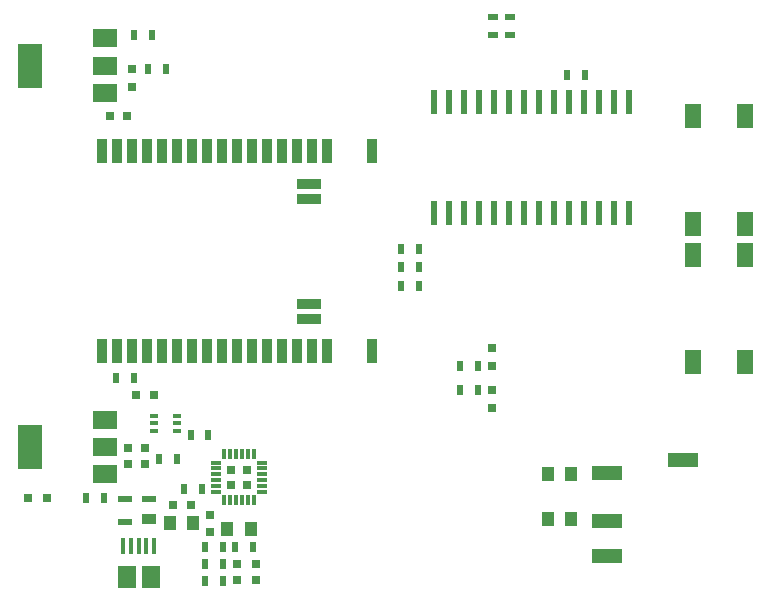
<source format=gtp>
G04 #@! TF.GenerationSoftware,KiCad,Pcbnew,(5.1.0)-1*
G04 #@! TF.CreationDate,2019-11-06T00:15:09-05:00*
G04 #@! TF.ProjectId,ESP32-Pi,45535033-322d-4506-992e-6b696361645f,1.0*
G04 #@! TF.SameCoordinates,Original*
G04 #@! TF.FileFunction,Paste,Top*
G04 #@! TF.FilePolarity,Positive*
%FSLAX46Y46*%
G04 Gerber Fmt 4.6, Leading zero omitted, Abs format (unit mm)*
G04 Created by KiCad (PCBNEW (5.1.0)-1) date 2019-11-06 00:15:09*
%MOMM*%
%LPD*%
G04 APERTURE LIST*
%ADD10R,2.500000X1.200000*%
%ADD11R,1.400000X2.100000*%
%ADD12R,0.900000X2.000000*%
%ADD13R,2.000000X0.900000*%
%ADD14R,0.900000X0.500000*%
%ADD15R,1.500000X1.900000*%
%ADD16R,0.400000X1.350000*%
%ADD17R,0.800000X0.750000*%
%ADD18R,0.750000X0.800000*%
%ADD19R,0.500000X0.900000*%
%ADD20R,1.000000X1.250000*%
%ADD21R,0.800000X0.800000*%
%ADD22R,0.780000X0.780000*%
%ADD23R,0.300000X0.850000*%
%ADD24R,0.850000X0.300000*%
%ADD25R,2.000000X1.500000*%
%ADD26R,2.000000X3.800000*%
%ADD27R,0.650000X0.400000*%
%ADD28R,1.310000X0.550000*%
%ADD29R,1.310000X0.940000*%
%ADD30R,0.600000X2.000000*%
G04 APERTURE END LIST*
D10*
X169953000Y-108344000D03*
X169953000Y-105344000D03*
X169953000Y-101344000D03*
X176453000Y-100244000D03*
D11*
X177259500Y-80191500D03*
X177259500Y-71091500D03*
X181719500Y-71091500D03*
X181719500Y-80191500D03*
X181719500Y-91939000D03*
X181719500Y-82839000D03*
X177259500Y-82839000D03*
X177259500Y-91939000D03*
D12*
X145034400Y-74024900D03*
X146304400Y-74024900D03*
X150114400Y-74024900D03*
X146304400Y-91024900D03*
X145034400Y-91024900D03*
X150114400Y-91024900D03*
X143764400Y-74024900D03*
X142494400Y-74024900D03*
X141224400Y-74024900D03*
X139954400Y-74024900D03*
X138684400Y-74024900D03*
X137414400Y-74024900D03*
X136144400Y-74024900D03*
X134874400Y-74024900D03*
X133604400Y-74024900D03*
X132334400Y-74024900D03*
X131064400Y-74024900D03*
X129794400Y-74024900D03*
X128524400Y-74024900D03*
X127254400Y-74024900D03*
X143764400Y-91024900D03*
X142494400Y-91024900D03*
X141224400Y-91024900D03*
X139954400Y-91024900D03*
X138684400Y-91024900D03*
X137414400Y-91024900D03*
X136144400Y-91024900D03*
X134874400Y-91024900D03*
X133604400Y-91024900D03*
X132334400Y-91024900D03*
X131064400Y-91024900D03*
X129794400Y-91024900D03*
X128524400Y-91024900D03*
D13*
X144764400Y-76809900D03*
X144764400Y-78079900D03*
X144764400Y-86969900D03*
X144764400Y-88239900D03*
D12*
X127254400Y-91024900D03*
D14*
X160325200Y-64224900D03*
X160325200Y-62724900D03*
X161747600Y-64224900D03*
X161747600Y-62724900D03*
D15*
X131353200Y-110154500D03*
D16*
X129703200Y-107454500D03*
X129053200Y-107454500D03*
X131653200Y-107454500D03*
X131003200Y-107454500D03*
X130353200Y-107454500D03*
D15*
X129353200Y-110154500D03*
D17*
X129400000Y-100558900D03*
X130900000Y-100558900D03*
X129376000Y-71094900D03*
X127876000Y-71094900D03*
X130900000Y-99238100D03*
X129400000Y-99238100D03*
D18*
X129769000Y-67144500D03*
X129769000Y-68644500D03*
D17*
X130098500Y-94691500D03*
X131598500Y-94691500D03*
D19*
X129917174Y-93304463D03*
X128417174Y-93304463D03*
D20*
X132960000Y-105537300D03*
X134960000Y-105537300D03*
X137836800Y-106045300D03*
X139836800Y-106045300D03*
D17*
X134760800Y-104013300D03*
X133260800Y-104013300D03*
D18*
X136398400Y-106338100D03*
X136398400Y-104838100D03*
D21*
X138646400Y-110414100D03*
X140246400Y-110414100D03*
X140246400Y-109042500D03*
X138646400Y-109042500D03*
D19*
X138493200Y-107620100D03*
X139993200Y-107620100D03*
X137453200Y-107620100D03*
X135953200Y-107620100D03*
X134175200Y-102641700D03*
X135675200Y-102641700D03*
X135953200Y-110464900D03*
X137453200Y-110464900D03*
X137453200Y-109042500D03*
X135953200Y-109042500D03*
D22*
X138199500Y-101026500D03*
X138199500Y-102326500D03*
X139499500Y-101026500D03*
X139499500Y-102326500D03*
D23*
X137599500Y-99726500D03*
X138099500Y-99726500D03*
X138599500Y-99726500D03*
X139099500Y-99726500D03*
X139599500Y-99726500D03*
X140099500Y-99726500D03*
D24*
X140799500Y-100426500D03*
X140799500Y-100926500D03*
X140799500Y-101426500D03*
X140799500Y-101926500D03*
X140799500Y-102426500D03*
X140799500Y-102926500D03*
D23*
X140099500Y-103626500D03*
X139599500Y-103626500D03*
X139099500Y-103626500D03*
X138599500Y-103626500D03*
X138099500Y-103626500D03*
X137599500Y-103626500D03*
D24*
X136899500Y-102926500D03*
X136899500Y-102426500D03*
X136899500Y-101926500D03*
X136899500Y-101426500D03*
X136899500Y-100926500D03*
X136899500Y-100426500D03*
D21*
X120968000Y-103403700D03*
X122568000Y-103403700D03*
D19*
X127394800Y-103454500D03*
X125894800Y-103454500D03*
D25*
X127458400Y-101385700D03*
X127458400Y-96785700D03*
X127458400Y-99085700D03*
D26*
X121158400Y-99085700D03*
X121158000Y-66815000D03*
D25*
X127458000Y-66815000D03*
X127458000Y-64515000D03*
X127458000Y-69115000D03*
D19*
X132067000Y-100089000D03*
X133567000Y-100089000D03*
X136234000Y-98120500D03*
X134734000Y-98120500D03*
D27*
X133576500Y-96454500D03*
X133576500Y-97754500D03*
X131676500Y-97104500D03*
X133576500Y-97104500D03*
X131676500Y-97754500D03*
X131676500Y-96454500D03*
D19*
X168148400Y-67640500D03*
X166648400Y-67640500D03*
D18*
X160249000Y-94271700D03*
X160249000Y-95771700D03*
X160249000Y-90766500D03*
X160249000Y-92266500D03*
D19*
X157543200Y-94259700D03*
X159043200Y-94259700D03*
X159043200Y-92278500D03*
X157543200Y-92278500D03*
D28*
X129200800Y-105430500D03*
D29*
X131200800Y-105230500D03*
D28*
X131200800Y-103510500D03*
X129200800Y-103510500D03*
D20*
X164964000Y-105232500D03*
X166964000Y-105232500D03*
X164964000Y-101359000D03*
X166964000Y-101359000D03*
D19*
X129959500Y-64211500D03*
X131459500Y-64211500D03*
X132626500Y-67132500D03*
X131126500Y-67132500D03*
X152564800Y-85471300D03*
X154064800Y-85471300D03*
X154064800Y-83896500D03*
X152564800Y-83896500D03*
X152564800Y-82321700D03*
X154064800Y-82321700D03*
D30*
X155346800Y-69873700D03*
X156616800Y-69873700D03*
X157886800Y-69873700D03*
X159156800Y-69873700D03*
X160426800Y-69873700D03*
X161696800Y-69873700D03*
X162966800Y-69873700D03*
X164236800Y-69873700D03*
X165506800Y-69873700D03*
X166776800Y-69873700D03*
X168046800Y-69873700D03*
X169316800Y-69873700D03*
X170586800Y-69873700D03*
X171856800Y-69873700D03*
X171856800Y-79273700D03*
X170586800Y-79273700D03*
X169316800Y-79273700D03*
X168046800Y-79273700D03*
X166776800Y-79273700D03*
X165506800Y-79273700D03*
X164236800Y-79273700D03*
X162966800Y-79273700D03*
X161696800Y-79273700D03*
X160426800Y-79273700D03*
X159156800Y-79273700D03*
X157886800Y-79273700D03*
X156616800Y-79273700D03*
X155346800Y-79273700D03*
M02*

</source>
